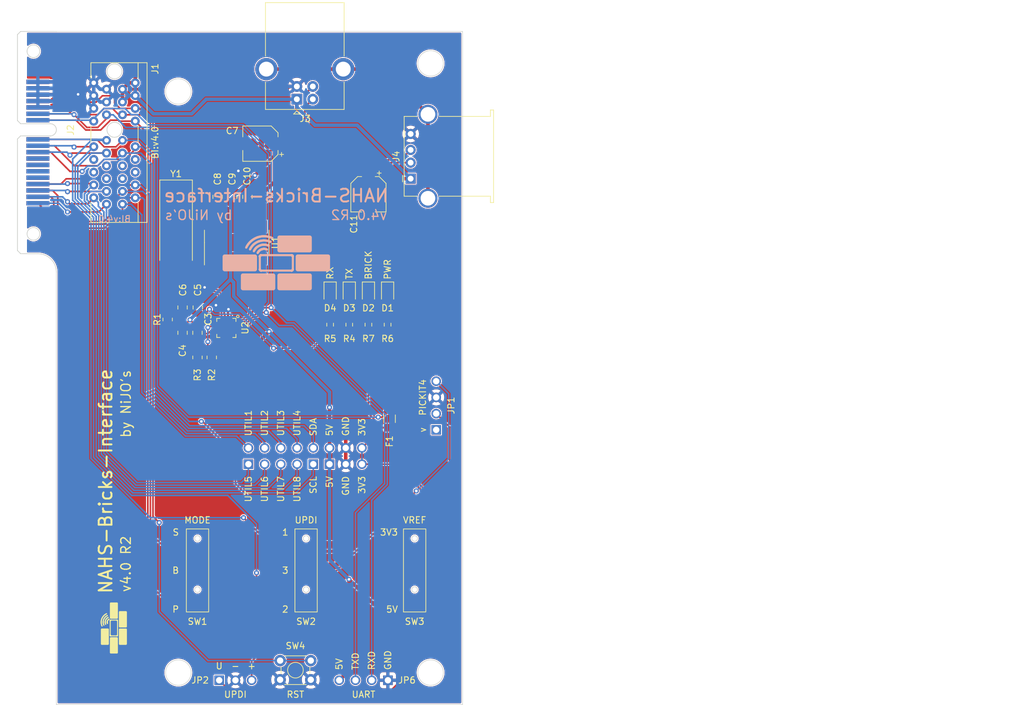
<source format=kicad_pcb>
(kicad_pcb (version 20211014) (generator pcbnew)
  (layers (0 "F.Cu" signal) (31 "B.Cu" signal) (34 "B.Paste" user) (35 "F.Paste" user) (36 "B.SilkS" user "B.Silkscreen") (37 "F.SilkS" user "F.Silkscreen") (38 "B.Mask" user) (39 "F.Mask" user) (44 "Edge.Cuts" user))
  (net 0 "")
  (net 1 "GND")
  (net 2 "+5V")
  (net 3 "CP_VIO")
  (net 4 "Net-(C8-Pad1)")
  (net 5 "Net-(C9-Pad1)")
  (net 6 "+3V3")
  (net 7 "3V3_IN")
  (net 8 "UTIL5")
  (net 9 "UTIL6")
  (net 10 "UTIL7")
  (net 11 "UTIL8")
  (net 12 "SCL")
  (net 13 "UPDI2")
  (net 14 "UPDI1")
  (net 15 "RXD")
  (net 16 "TXD")
  (net 17 "UTIL1")
  (net 18 "UTIL2")
  (net 19 "UTIL3")
  (net 20 "UTIL4")
  (net 21 "SDA")
  (net 22 "UPDI3")
  (net 23 "PROG")
  (net 24 "SETUP")
  (net 25 "RST")
  (net 26 "D-")
  (net 27 "D+")
  (net 28 "Net-(J3-Pad5)")
  (net 29 "D-1")
  (net 30 "D+1")
  (net 32 "UPDI_TV")
  (net 33 "UPDI")
  (net 34 "Net-(R1-Pad2)")
  (net 35 "Net-(R2-Pad2)")
  (net 46 "D-4")
  (net 47 "D+4")
  (net 48 "D-3")
  (net 49 "D+3")
  (net 50 "D-2")
  (net 51 "D+2")
  (net 52 "Net-(U1-Pad15)")
  (net 53 "Net-(U1-Pad16)")
  (net 62 "Net-(D3-Pad1)")
  (net 63 "Net-(D4-Pad1)")
  (net 64 "Net-(D1-Pad2)")
  (net 65 "Net-(D2-Pad2)")
  (net 66 "Net-(D3-Pad2)")
  (net 67 "Net-(D4-Pad2)")
  (footprint "no_common:R_0603_1608Metric" (layer "F.Cu") (at 153.766 80.518 90)
    (fp_text reference "R5")
    (fp_text value "330" hide)
  )
  (footprint "no_common:R_0603_1608Metric" (layer "F.Cu") (at 162.766 80.518 90)
    (fp_text reference "R6")
    (fp_text value "510" hide)
  )
  (footprint "Connector_USB:USB_A_Stewart_SS-52100-001_Horizontal" (layer "F.Cu") (at 166.3744 57.6528 90)
    (fp_text reference "J4")
    (fp_text value "TE_292303-1" hide)
  )
  (footprint "no_brick_interface:Brick_Interface_V4_iside_straddle" (layer "F.Cu") (at 108 50 90)
    (fp_text reference "J2")
    (fp_text value "Brick-Interface-V4")
    (fp_line (start -18.9 -3.2) (end -19.4 -2.7) (layer "Edge.Cuts") (width 0.12))
    (fp_line (start 0.95 -2.7) (end 1.45 -3.2) (layer "Edge.Cuts") (width 0.12))
    (fp_line (start 15.4 -2.7) (end 15.4 2.9) (layer "Edge.Cuts") (width 0.12))
    (fp_line (start -0.95 -2.7) (end -0.95 1.95) (layer "Edge.Cuts") (width 0.12))
    (fp_line (start -1.45 -3.2) (end -18.9 -3.2) (layer "Edge.Cuts") (width 0.12))
    (fp_line (start -19.4 -2.7) (end -19.4 0) (layer "Edge.Cuts") (width 0.12))
    (fp_line (start -1.45 -3.2) (end -0.95 -2.7) (layer "Edge.Cuts") (width 0.12))
    (fp_line (start 14.9 -3.2) (end 15.4 -2.7) (layer "Edge.Cuts") (width 0.12))
    (fp_line (start 1.45 -3.2) (end 14.9 -3.2) (layer "Edge.Cuts") (width 0.12))
    (fp_line (start 0.95 1.95) (end 0.95 -2.7) (layer "Edge.Cuts") (width 0.12))
    (fp_arc (start 0.95 1.95) (mid 0 2.9) (end -0.95 1.95) (layer "Edge.Cuts") (width 0.12))
    (fp_arc (start -19.4 0) (mid -20.24939 2.05061) (end -22.3 2.9) (layer "Edge.Cuts") (width 0.12))
    (fp_circle (center -16.3 -0.69) (end -15.3 -0.69) (layer "Edge.Cuts") (width 0.12) (fill none))
    (fp_circle (center 12.3 -0.69) (end 13.3 -0.69) (layer "Edge.Cuts") (width 0.12) (fill none))
  )
  (footprint "no_common:K3-2336S-F1" (layer "F.Cu") (at 167 119 90)
    (fp_text reference "SW3")
    (fp_text value "K3-2336S-F1" hide)
    (fp_circle (center -3 0) (end -2.55 0) (layer "Edge.Cuts") (width 0.12) (fill none))
    (fp_circle (center 5 0) (end 5.45 0) (layer "Edge.Cuts") (width 0.12) (fill none))
  )
  (footprint "Resistor_SMD:R_0805_2012Metric" (layer "F.Cu") (at 128.3208 79.7052 -90)
    (fp_text reference "R1")
    (fp_text value "1k" hide)
  )
  (footprint "Capacitor_SMD:CP_Elec_5x5.4" (layer "F.Cu") (at 159.766 60.0964 -90)
    (fp_text reference "C11")
    (fp_text value "100µF/16V" hide)
  )
  (footprint "no_common:LED_0805_2012Metric" (layer "F.Cu") (at 156.766 75.518 -90)
    (fp_text reference "D3")
    (fp_text value "GREEN" hide)
  )
  (footprint "no_common:QFN20" (layer "F.Cu") (at 137.5156 81.026 -90)
    (fp_text reference "U2")
    (fp_text value "CP2102N-A02-GQFN20R" hide)
  )
  (footprint "no_brick_logo:x8mm" (layer "F.Cu") (at 119.888 128.016 90)
    (fp_text reference "LOGO1" hide)
    (fp_text value "brick_logo" hide)
  )
  (footprint "no_common:LED_0805_2012Metric" (layer "F.Cu") (at 153.766 75.518 -90)
    (fp_text reference "D4")
    (fp_text value "GREEN" hide)
  )
  (footprint "no_pinhd:PINHD_2X03_2.54_1mm_Round" (layer "F.Cu") (at 156.21 101.092)
    (property "Reference" "JP3")
    (property "Value" "PINHD_2X03")
    (fp_text reference "JP3" hide)
    (fp_text value "PINHD_2X03" hide)
  )
  (footprint "no_common:Taster_4545" (layer "F.Cu") (at 148.336 134.62)
    (fp_text reference "SW4")
    (fp_text value "Taster_4545" hide)
  )
  (footprint "Capacitor_SMD:C_0805_2012Metric" (layer "F.Cu") (at 138.43 60.5028 90)
    (fp_text reference "C9")
    (fp_text value "10µF" hide)
  )
  (footprint "no_common:LED_0805_2012Metric" (layer "F.Cu") (at 159.766 75.518 -90)
    (fp_text reference "D2")
    (fp_text value "RED" hide)
  )
  (footprint "Fiducial:Fiducial_1mm_Mask2mm" (layer "F.Cu") (at 168.021 83.947)
    (fp_text reference "FID3" hide)
    (fp_text value "Fiducial" hide)
  )
  (footprint "no_pinhd:PINHD_2X04_2.54_1mm_Round" (layer "F.Cu") (at 144.78 101.092)
    (property "Reference" "JP5")
    (property "Value" "PINHD_2X04")
    (fp_text reference "JP5" hide)
    (fp_text value "PINHD_2X04" hide)
  )
  (footprint "Capacitor_SMD:C_0805_2012Metric" (layer "F.Cu") (at 130.6576 77.8256 -90)
    (fp_text reference "C6")
    (fp_text value "4.7µF" hide)
  )
  (footprint "no_pinhd:PINHD_1X03_2.54_1mm_Round" (layer "F.Cu") (at 138.938 136.2)
    (property "Reference" "JP2")
    (property "Value" "PINHD_1X03")
    (fp_text reference "JP2")
    (fp_text value "PINHD_1X03" hide)
  )
  (footprint "Capacitor_SMD:C_0805_2012Metric" (layer "F.Cu") (at 136.144 60.5028 90)
    (fp_text reference "C8")
    (fp_text value "10µF" hide)
  )
  (footprint "Capacitor_SMD:C_0805_2012Metric" (layer "F.Cu") (at 140.8176 60.5028 90)
    (fp_text reference "C10")
    (fp_text value "10µF" hide)
  )
  (footprint "no_brick_interface:Brick_Interface_V4_iside" (layer "F.Cu") (at 120 50 90)
    (fp_text reference "J1")
    (fp_text value "Brick-Interface-V4" hide)
    (fp_circle (center 9.15 0) (end 10.325 0) (layer "Edge.Cuts") (width 0.12) (fill none))
    (fp_circle (center 0 0) (end 1.175 0) (layer "Edge.Cuts") (width 0.12) (fill none))
  )
  (footprint "Resistor_SMD:R_0805_2012Metric" (layer "F.Cu") (at 135.2296 85.6488 90)
    (fp_text reference "R2")
    (fp_text value "22k1" hide)
  )
  (footprint "Fiducial:Fiducial_1mm_Mask2mm" (layer "F.Cu") (at 136.398 38.989)
    (fp_text reference "FID1" hide)
    (fp_text value "Fiducial" hide)
  )
  (footprint "no_common:K3-2336S-F1" (layer "F.Cu") (at 133 119 90)
    (fp_text reference "SW1")
    (fp_text value "K3-2336S-F1" hide)
    (fp_circle (center -3 0) (end -2.55 0) (layer "Edge.Cuts") (width 0.12) (fill none))
    (fp_circle (center 5 0) (end 5.45 0) (layer "Edge.Cuts") (width 0.12) (fill none))
  )
  (footprint "Capacitor_SMD:CP_Elec_5x5.4" (layer "F.Cu") (at 142.8496 52.1716 180)
    (fp_text reference "C7")
    (fp_text value "100µF/16V" hide)
  )
  (footprint "no_pinhd:PINHD_1X02_2.54_1mm_Round" (layer "F.Cu") (at 151.13 101.092 90)
    (property "Reference" "JP4")
    (property "Value" "PINHD_1x02")
    (fp_text reference "JP4" hide)
    (fp_text value "PINHD_1x02" hide)
  )
  (footprint "no_common:R_0603_1608Metric" (layer "F.Cu") (at 159.766 80.518 90)
    (fp_text reference "R7")
    (fp_text value "330" hide)
  )
  (footprint "no_common:R_0603_1608Metric" (layer "F.Cu") (at 156.766 80.518 90)
    (fp_text reference "R4")
    (fp_text value "330" hide)
  )
  (footprint "no_pinhd:PINHD_1X04_2.54_1mm_Round" (layer "F.Cu") (at 159.004 136.2 180)
    (fp_text reference "JP6")
    (fp_text value "PINHD_1X04" hide)
  )
  (footprint "no_common:LED_0805_2012Metric" (layer "F.Cu") (at 162.766 75.518 -90)
    (fp_text reference "D1")
    (fp_text value "RED" hide)
  )
  (footprint "Capacitor_SMD:C_0805_2012Metric" (layer "F.Cu") (at 130.6576 81.788 90)
    (fp_text reference "C4")
    (fp_text value "4.7µF" hide)
  )
  (footprint "Crystal:Crystal_SMD_HC49-SD" (layer "F.Cu") (at 129.6416 64.5668 -90)
    (fp_text reference "Y1")
    (fp_text value "12MHz" hide)
  )
  (footprint "Package_SO:SOP-16_3.9x9.9mm_P1.27mm" (layer "F.Cu") (at 139.1412 67.6656 90)
    (fp_text reference "U1")
    (fp_text value "SL2.1A" hide)
  )
  (footprint "no_common:K3-2336S-F1" (layer "F.Cu") (at 150 119 90)
    (fp_text reference "SW2")
    (fp_text value "K3-2336S-F1" hide)
    (fp_circle (center -3 0) (end -2.55 0) (layer "Edge.Cuts") (width 0.12) (fill none))
    (fp_circle (center 5 0) (end 5.45 0) (layer "Edge.Cuts") (width 0.12) (fill none))
  )
  (footprint "Connector_USB:USB_B_OST_USB-B1HSxx_Horizontal" (layer "F.Cu") (at 148.5532 45.212 90)
    (fp_text reference "J3")
    (fp_text value "TE_292304-1" hide)
  )
  (footprint "Fuse:Fuse_1206_3216Metric" (layer "F.Cu") (at 163.068 95.25 90)
    (fp_text reference "F1")
    (fp_text value "50mA" hide)
  )
  (footprint "Capacitor_SMD:C_0805_2012Metric" (layer "F.Cu") (at 133.0452 77.8256 -90)
    (fp_text reference "C5")
    (fp_text value "100nF" hide)
  )
  (footprint "no_pinhd:PINHD_1X04_2.54_1mm_Round" (layer "F.Cu") (at 170.3776 93.1768 90)
    (property "Reference" "JP1")
    (property "Value" "PINHD_1X04")
    (fp_text reference "JP1")
    (fp_text value "PINHD_1X04" hide)
  )
  (footprint "Resistor_SMD:R_0805_2012Metric" (layer "F.Cu") (at 132.9944 85.6488 -90)
    (fp_text reference "R3")
    (fp_text value "47k5" hide)
  )
  (footprint "Capacitor_SMD:C_0805_2012Metric" (layer "F.Cu") (at 132.9944 81.788 90)
    (fp_text reference "C3")
    (fp_text value "100nF" hide)
  )
  (footprint "Fiducial:Fiducial_1mm_Mask2mm" (layer "F.Cu") (at 127.127 131.064)
    (fp_text reference "FID2" hide)
    (fp_text value "Fiducial" hide)
  )
  (footprint "no_brick_logo:x17mm" (layer "B.Cu") (at 145.325 70.739 180)
    (fp_text reference "LOGO2" hide)
    (fp_text value "brick_logo" hide)
  )
  (gr_circle (center 130 135) (end 132 135) (layer "Edge.Cuts") (width 0.1) (fill none))
  (gr_line (start 110.9 34.6) (end 174.5 34.6) (layer "Edge.Cuts") (width 0.1))
  (gr_line (start 174.5 34.6) (end 174.5 140) (layer "Edge.Cuts") (width 0.1))
  (gr_line (start 174.5 140) (end 110.9 140) (layer "Edge.Cuts") (width 0.1))
  (gr_line (start 110.9 140) (end 110.9 72.3) (layer "Edge.Cuts") (width 0.1))
  (gr_circle (center 169.5 135) (end 171.5 135) (layer "Edge.Cuts") (width 0.1) (fill none))
  (gr_circle (center 130 44) (end 132 44) (layer "Edge.Cuts") (width 0.1) (fill none))
  (gr_circle (center 169.5 39.6) (end 171.5 39.6) (layer "Edge.Cuts") (width 0.1) (fill none))
  (gr_text "NAHS-Bricks-Interface" (at 145.325 60.325) (layer "B.SilkS") (effects (font (size 2 2) (thickness 0.3)) (justify mirror)))
  (gr_text "by NiJO's" (at 127.762 63.373) (layer "B.SilkS") (effects (font (size 1.5 1.5) (thickness 0.2)) (justify right mirror)))
  (gr_text "v4.0 R2" (at 162.814 63.373) (layer "B.SilkS") (effects (font (size 1.5 1.5) (thickness 0.2)) (justify left mirror)))
  (gr_text "NAHS-Bricks-Interface" (at 118.618 105.029 90) (layer "F.SilkS") (effects (font (size 2 2) (thickness 0.3))))
  (gr_text "v4.0 R2" (at 121.793 122.518 90) (layer "F.SilkS") (effects (font (size 1.5 1.5) (thickness 0.2)) (justify left)))
  (gr_text "by NiJO's" (at 121.793 87.503 90) (layer "F.SilkS") (effects (font (size 1.5 1.5) (thickness 0.2)) (justify right)))
  (segment (start 147.351119 43.212) (end 148.5532 43.212) (width 0.5588) (layer "F.Cu") (net 1))
  (segment (start 137.7656 80.776) (end 137.7656 79.476) (width 0.254) (layer "F.Cu") (net 1))
  (segment (start 139.7 88.392) (end 143.256 91.948) (width 0.5588) (layer "F.Cu") (net 1))
  (segment (start 129.25 117) (end 129.25 121) (width 0.5588) (layer "F.Cu") (net 1))
  (segment (start 131.318 88.2377) (end 132.9944 86.5613) (width 0.5588) (layer "F.Cu") (net 1))
  (segment (start 136.639089 82.702511) (end 135.407511 82.702511) (width 0.254) (layer "F.Cu") (net 1))
  (segment (start 134.112 75.8088) (end 133.0452 76.8756) (width 0.5588) (layer "F.Cu") (net 1))
  (segment (start 140.6496 52.1716) (end 140.6496 49.913519) (width 0.5588) (layer "F.Cu") (net 1))
  (segment (start 135.213489 82.508489) (end 133.223911 82.508489) (width 0.254) (layer "F.Cu") (net 1))
  (segment (start 131.6463 86.5613) (end 130.6576 85.5726) (width 0.5588) (layer "F.Cu") (net 1))
  (segment (start 130.142 117) (end 131.318 115.824) (width 0.5588) (layer "F.Cu") (net 1))
  (segment (start 168.275 58.210022) (end 168.275 52.5534) (width 0.5588) (layer "F.Cu") (net 1))
  (segment (start 131.318 115.824) (end 131.318 88.2377) (width 0.5588) (layer "F.Cu") (net 1))
  (segment (start 156.21 93.472) (end 156.21 99.822) (width 0.5588) (layer "F.Cu") (net 1))
  (segment (start 139.7762 65.1656) (end 139.7762 62.9412) (width 0.5588) (layer "F.Cu") (net 1))
  (segment (start 114.95 44.45) (end 116.75 42.65) (width 0.5588) (layer "F.Cu") (net 1))
  (segment (start 132.9944 86.5613) (end 133.0433 86.5613) (width 0.5588) (layer "F.Cu") (net 1))
  (segment (start 140.6496 52.1716) (end 140.6496 59.3848) (width 0.5588) (layer "F.Cu") (net 1))
  (segment (start 143.256 91.948) (end 154.686 91.948) (width 0.5588) (layer "F.Cu") (net 1))
  (segment (start 133.0452 76.8756) (end 130.6576 76.8756) (width 0.5588) (layer "F.Cu") (net 1))
  (segment (start 150.1092 41.656) (end 152.654 41.656) (width 0.5588) (layer "F.Cu") (net 1))
  (segment (start 136.144 59.5528) (end 138.43 59.5528) (width 0.5588) (layer "F.Cu") (net 1))
  (segment (start 129.25 117) (end 130.142 117) (width 0.5588) (layer "F.Cu") (net 1))
  (segment (start 139.66368 60.70672) (end 140.8176 59.5528) (width 0.5588) (layer "F.Cu") (net 1))
  (segment (start 140.6496 59.3848) (end 140.8176 59.5528) (width 0.5588) (layer "F.Cu") (net 1))
  (segment (start 130.6576 85.5726) (end 130.6576 82.738) (width 0.5588) (layer "F.Cu") (net 1))
  (segment (start 137.5156 81.026) (end 137.7656 80.776) (width 0.254) (layer "F.Cu") (net 1))
  (segment (start 136.7656 81.776) (end 137.5156 81.026) (width 0.254) (layer "F.Cu") (net 1))
  (segment (start 152.654 41.656) (end 155.6262 44.6282) (width 0.5588) (layer "F.Cu") (net 1))
  (segment (start 154.686 91.948) (end 156.21 93.472) (width 0.5588) (layer "F.Cu") (net 1))
  (segment (start 135.407511 82.702511) (end 135.213489 82.508489) (width 0.254) (layer "F.Cu") (net 1))
  (segment (start 114.3 44.45) (end 114.95 44.45) (width 0.5588) (layer "F.Cu") (net 1))
  (segment (start 127 81.28) (end 128.458 82.738) (width 0.5588) (layer "F.Cu") (net 1))
  (segment (start 166.3744 50.6528) (end 160.3498 44.6282) (width 0.5588) (layer "F.Cu") (net 1))
  (segment (start 137.84562 78.105) (end 137.7656 78.18502) (width 0.254) (layer "F.Cu") (net 1))
  (segment (start 159.766 62.2964) (end 164.188622 62.2964) (width 0.5588) (layer "F.Cu") (net 1))
  (segment (start 130.6576 76.8756) (end 128.2294 76.8756) (width 0.5588) (layer "F.Cu") (net 1))
  (segment (start 135.2956 76.8756) (end 133.0452 76.8756) (width 0.254) (layer "F.Cu") (net 1))
  (segment (start 127 78.105) (end 127 81.28) (width 0.5588) (layer "F.Cu") (net 1))
  (segment (start 128.458 82.738) (end 130.6576 82.738) (width 0.5588) (layer "F.Cu") (net 1))
  (segment (start 137.7656 78.18502) (end 137.7656 79.476) (width 0.254) (layer "F.Cu") (net 1))
  (segment (start 136.7656 82.576) (end 136.7656 81.776) (width 0.254) (layer "F.Cu") (net 1))
  (segment (start 140.6496 55.1844) (end 140.6496 52.1716) (width 0.5588) (layer "F.Cu") (net 1))
  (segment (start 135.89 77.47) (end 135.2956 76.8756) (width 0.254) (layer "F.Cu") (net 1))
  (segment (start 140.6496 49.913519) (end 147.351119 43.212) (width 0.5588) (layer "F.Cu") (net 1))
  (segment (start 136.7656 82.576) (end 136.639089 82.702511) (width 0.254) (layer "F.Cu") (net 1))
  (segment (start 168.275 52.5534) (end 166.3744 50.6528) (width 0.5588) (layer "F.Cu") (net 1))
  (segment (start 155.6262 44.6282) (end 160.3498 44.6282) (width 0.5588) (layer "F.Cu") (net 1))
  (segment (start 139.3952 56.4388) (end 140.6496 55.1844) (width 0.5588) (layer "F.Cu") (net 1))
  (segment (start 128.2294 76.8756) (end 127 78.105) (width 0.5588) (layer "F.Cu") (net 1))
  (segment (start 133.223911 82.508489) (end 132.9944 82.738) (width 0.254) (layer "F.Cu") (net 1))
  (segment (start 139.7762 62.9412) (end 139.66368 62.82868) (width 0.5588) (layer "F.Cu") (net 1))
  (segment (start 132.9944 86.5613) (end 131.6463 86.5613) (width 0.5588) (layer "F.Cu") (net 1))
  (segment (start 133.0433 86.5613) (end 134.874 88.392) (width 0.5588) (layer "F.Cu") (net 1))
  (segment (start 148.5532 43.212) (end 150.1092 41.656) (width 0.5588) (layer "F.Cu") (net 1))
  (segment (start 134.874 88.392) (end 139.7 88.392) (width 0.5588) (layer "F.Cu") (net 1))
  (segment (start 138.43 59.5528) (end 140.8176 59.5528) (width 0.5588) (layer "F.Cu") (net 1))
  (segment (start 134.112 74.676) (end 134.112 75.8088) (width 0.5588) (layer "F.Cu") (net 1))
  (segment (start 132.9944 82.738) (end 130.6576 82.738) (width 0.5588) (layer "F.Cu") (net 1))
  (segment (start 139.66368 62.82868) (end 139.66368 60.70672) (width 0.5588) (layer "F.Cu") (net 1))
  (segment (start 164.188622 62.2964) (end 168.275 58.210022) (width 0.5588) (layer "F.Cu") (net 1))
  (segment (start 156.21 99.822) (end 156.21 102.362) (width 0.5588) (layer "F.Cu") (net 1))
  (via (at 137.84562 78.105) (size 0.8) (drill 0.4) (layers "F.Cu" "B.Cu") (net 1))
  (via (at 135.89 77.47) (size 0.8) (drill 0.4) (layers "F.Cu" "B.Cu") (net 1))
  (via (at 139.3952 56.4388) (size 0.8) (drill 0.4) (layers "F.Cu" "B.Cu") (net 1))
  (via (at 134.112 74.676) (size 0.8) (drill 0.4) (layers "F.Cu" "B.Cu") (net 1))
  (via (at 114.3 44.45) (size 0.8) (drill 0.4) (layers "F.Cu" "B.Cu") (net 1))
  (segment (start 137.21062 77.47) (end 137.84562 78.105) (width 0.254) (layer "B.Cu") (net 1))
  (segment (start 108 44.5) (end 114.25 44.5) (width 0.5588) (layer "B.Cu") (net 1))
  (segment (start 108 42.5) (end 112.35 42.5) (width 0.5588) (layer "B.Cu") (net 1))
  (segment (start 108 46.5) (end 112.25 46.5) (width 0.5588) (layer "B.Cu") (net 1))
  (segment (start 117.75 43.65) (end 116.75 42.65) (width 0.5588) (layer "B.Cu") (net 1))
  (segment (start 113.25 45.5) (end 114.3 44.45) (width 0.5588) (layer "B.Cu") (net 1))
  (segment (start 139.3952 56.4388) (end 135.382 60.452) (width 0.5588) (layer "B.Cu") (net 1))
  (segment (start 112.35 42.5) (end 114.3 44.45) (width 0.5588) (layer "B.Cu") (net 1))
  (segment (start 118.11 38.1) (end 129.032 38.1) (width 0.5588) (layer "B.Cu") (net 1))
  (segment (start 113.35 43.5) (end 114.3 44.45) (width 0.5588) (layer "B.Cu") (net 1))
  (segment (start 116.75 46.65) (end 116.75 44.65) (width 0.5588) (layer "B.Cu") (net 1))
  (segment (start 135.89 77.47) (end 137.21062 77.47) (width 0.254) (layer "B.Cu") (net 1))
  (segment (start 108 45.5) (end 113.25 45.5) (width 0.5588) (layer "B.Cu") (net 1))
  (segment (start 134.144 43.212) (end 148.5532 43.212) (width 0.5588) (layer "B.Cu") (net 1))
  (segment (start 114.25 44.5) (end 114.3 44.45) (width 0.5588) (layer "B.Cu") (net 1))
  (segment (start 118.75 45.65) (end 117.75 45.65) (width 0.5588) (layer "B.Cu") (net 1))
  (segment (start 135.382 73.406) (end 134.112 74.676) (width 0.5588) (layer "B.Cu") (net 1))
  (segment (start 135.382 60.452) (end 135.382 73.406) (width 0.5588) (layer "B.Cu") (net 1))
  (segment (start 129.032 38.1) (end 134.144 43.212) (width 0.5588) (layer "B.Cu") (net 1))
  (segment (start 116.75 42.65) (end 116.75 44.65) (width 0.5588) (layer "B.Cu") (net 1))
  (segment (start 116.75 42.65) (end 116.75 39.46) (width 0.5588) (layer "B.Cu") (net 1))
  (segment (start 117.75 45.65) (end 116.75 44.65) (width 0.5588) (layer "B.Cu") (net 1))
  (segment (start 116.75 39.46) (end 118.11 38.1) (width 0.5588) (layer "B.Cu") (net 1))
  (segment (start 108 43.5) (end 113.35 43.5) (width 0.5588) (layer "B.Cu") (net 1))
  (segment (start 112.25 46.5) (end 114.3 44.45) (width 0.5588) (layer "B.Cu") (net 1))
  (segment (start 118.75 43.65) (end 117.75 43.65) (width 0.5588) (layer "B.Cu") (net 1))
  (segment (start 123.25 42.65) (end 122.25 42.65) (width 0.5588) (layer "F.Cu") (net 2))
  (segment (start 112.075 43.5) (end 113.075 42.5) (width 0.5588) (layer "F.Cu") (net 2))
  (segment (start 135.2296 86.5613) (end 139.2447 86.5613) (width 0.5588) (layer "F.Cu") (net 2))
  (segment (start 170.75 123) (end 170.75 124.906) (width 0.5588) (layer "F.Cu") (net 2))
  (segment (start 108 43.5) (end 112.075 43.5) (width 0.5588) (layer "F.Cu") (net 2))
  (segment (start 169.672 125.984) (end 162.306 125.984) (width 0.5588) (layer "F.Cu") (net 2))
  (segment (start 132.9944 80.838) (end 132.908 80.838) (width 0.254) (layer "F.Cu") (net 2))
  (segment (start 148.5532 48.668) (end 148.5532 45.212) (width 0.5588) (layer "F.Cu") (net 2))
  (segment (start 153.67 99.822) (end 153.67 93.472) (width 0.5588) (layer "F.Cu") (net 2))
  (segment (start 145.0496 54.0864) (end 141.986 57.15) (width 0.5588) (layer "F.Cu") (net 2))
  (segment (start 132.908 80.838) (end 131.826 79.756) (width 0.254) (layer "F.Cu") (net 2))
  (segment (start 161.671 67.691) (end 158.877 67.691) (width 0.254) (layer "F.Cu") (net 2))
  (segment (start 141.7472 61.4528) (end 145.0496 58.1504) (width 0.5588) (layer "F.Cu") (net 2))
  (segment (start 157.607 60.0554) (end 159.766 57.8964) (width 0.254) (layer "F.Cu") (net 2))
  (segment (start 140.8176 61.4528) (end 141.7472 61.4528) (width 0.5588) (layer "F.Cu") (net 2))
  (segment (start 111.075 44.5) (end 112.075 43.5) (width 0.5588) (layer "F.Cu") (net 2))
  (segment (start 108 45.5) (end 110.075 45.5) (width 0.5588) (layer "F.Cu") (net 2))
  (segment (start 162.766 81.343) (end 164.211 79.898) (width 0.254) (layer "F.Cu") (net 2))
  (segment (start 157.607 66.421) (end 157.607 60.0554) (width 0.254) (layer "F.Cu") (net 2))
  (segment (start 110.075 45.5) (end 111.075 44.5) (width 0.5588) (layer "F.Cu") (net 2))
  (segment (start 158.877 67.691) (end 157.607 66.421) (width 0.254) (layer "F.Cu") (net 2))
  (segment (start 130.744 80.838) (end 131.826 79.756) (width 0.254) (layer "F.Cu") (net 2))
  (segment (start 116.84 38.735) (end 121.285 38.735) (width 0.5588) (layer "F.Cu") (net 2))
  (segment (start 108 42.5) (end 113.075 42.5) (width 0.5588) (layer "F.Cu") (net 2))
  (segment (start 164.211 70.231) (end 161.671 67.691) (width 0.254) (layer "F.Cu") (net 2))
  (segment (start 170.75 124.906) (end 169.672 125.984) (width 0.5588) (layer "F.Cu") (net 2))
  (segment (start 160.0096 57.6528) (end 166.3744 57.6528) (width 0.5588) (layer "F.Cu") (net 2))
  (segment (start 134.354 80.276) (end 135.9656 80.276) (width 0.254) (layer "F.Cu") (net 2))
  (segment (start 145.0496 52.1716) (end 148.5532 48.668) (width 0.5588) (layer "F.Cu") (net 2))
  (segment (start 130.6576 80.838) (end 130.744 80.838) (width 0.254) (layer "F.Cu") (net 2))
  (segment (start 121.285 38.735) (end 123.25 40.7) (width 0.5588) (layer "F.Cu") (net 2))
  (segment (start 113.075 42.5) (end 116.84 38.735) (width 0.5588) (layer "F.Cu") (net 2))
  (segment (start 145.0496 58.1504) (end 145.0496 52.1716) (width 0.5588) (layer "F.Cu") (net 2))
  (segment (start 141.0462 61.6814) (end 140.8176 61.4528) (width 0.5588) (layer "F.Cu") (net 2))
  (segment (start 141.0462 65.1656) (end 141.0462 61.6814) (width 0.5588) (layer "F.Cu") (net 2))
  (segment (start 122.25 42.65) (end 121.25 43.65) (width 0.5588) (layer "F.Cu") (net 2))
  (segment (start 156.718 134.676) (end 155.194 136.2) (width 0.5588) (layer "F.Cu") (net 2))
  (segment (start 130.6576 80.838) (end 132.9944 80.838) (width 0.254) (layer "F.Cu") (net 2))
  (segment (start 108 44.5) (end 111.075 44.5) (width 0.5588) (layer "F.Cu") (net 2))
  (segment (start 156.718 120.396) (end 156.718 134.676) (width 0.5588) (layer "F.Cu") (net 2))
  (segment (start 133.792 80.838) (end 134.354 80.276) (width 0.254) (layer "F.Cu") (net 2))
  (segment (start 145.0496 52.1716) (end 145.0496 54.0864) (width 0.5588) (layer "F.Cu") (net 2))
  (segment (start 162.306 125.984) (end 156.718 120.396) (width 0.5588) (layer "F.Cu") (net 2))
  (segment (start 139.2447 86.5613) (end 144.206 81.6) (width 0.5588) (layer "F.Cu") (net 2))
  (segment (start 132.9944 80.838) (end 133.792 80.838) (width 0.254) (layer "F.Cu") (net 2))
  (segment (start 123.25 40.7) (end 123.25 42.65) (width 0.5588) (layer "F.Cu") (net 2))
  (segment (start 121.25 43.65) (end 121.25 45.65) (width 0.5588) (layer "F.Cu") (net 2))
  (segment (start 164.211 79.898) (end 164.211 70.231) (width 0.254) (layer "F.Cu") (net 2))
  (segment (start 159.766 57.8964) (end 160.0096 57.6528) (width 0.5588) (layer "F.Cu") (net 2))
  (via (at 153.67 93.472) (size 0.8) (drill 0.4) (layers "F.Cu" "B.Cu") (net 2))
  (via (at 141.986 57.15) (size 0.8) (drill 0.4) (layers "F.Cu" "B.Cu") (net 2))
  (via (at 144.206 81.6) (size 0.8) (drill 0.4) (layers "F.Cu" "B.Cu") (net 2))
  (via (at 156.718 120.396) (size 0.8) (drill 0.4) (layers "F.Cu" "B.Cu") (net 2))
  (via (at 131.826 79.756) (size 0.8) (drill 0.4) (layers "F.Cu" "B.Cu") (net 2))
  (segment (start 156.718 120.396) (end 153.67 117.348) (width 0.5588) (layer "B.Cu") (net 2))
  (segment (start 138.176 60.96) (end 138.176 73.406) (width 0.5588) (layer "B.Cu") (net 2))
  (segment (start 151.384 49.276) (end 148.5532 46.4452) (width 0.5588) (layer "B.Cu") (net 2))
  (segment (start 153.67 117.348) (end 153.67 102.362) (width 0.5588) (layer "B.Cu") (net 2))
  (segment (start 138.176 73.406) (end 138.674531 73.904531) (width 0.5588) (layer "B.Cu") (net 2))
  (segment (start 132.08 47.498) (end 126.098 47.498) (width 0.5588) (layer "B.Cu") (net 2))
  (segment (start 126.098 47.498) (end 123.25 44.65) (width 0.5588) (layer "B.Cu") (net 2))
  (segment (start 134.366 45.212) (end 132.08 47.498) (width 0.5588) (layer "B.Cu") (net 2))
  (segment (start 153.67 93.472) (end 153.67 91.064) (width 0.5588) (layer "B.Cu") (net 2))
  (segment (start 141.986 57.15) (end 138.176 60.96) (width 0.5588) (layer "B.Cu") (net 2))
  (segment (start 138.674531 76.068531) (end 144.206 81.6) (width 0.5588) (layer "B.Cu") (net 2))
  (segment (start 148.5532 45.212) (end 134.366 45.212) (width 0.5588) (layer "B.Cu") (net 2))
  (segment (start 123.25 44.65) (end 122.25 44.65) (width 0.5588) (layer "B.Cu") (net 2))
  (segment (start 148.5532 46.4452) (end 148.5532 45.212) (width 0.5588) (layer "B.Cu") (net 2))
  (segment (start 122.25 44.65) (end 121.25 45.65) (width 0.5588) (layer "B.Cu") (net 2))
  (segment (start 153.67 91.064) (end 144.206 81.6) (width 0.5588) (layer "B.Cu") (net 2))
  (segment (start 123.25 44.65) (end 123.25 42.65) (width 0.5588) (layer "B.Cu") (net 2))
  (segment (start 157.9976 49.276) (end 151.384 49.276) (width 0.5588) (layer "B.Cu") (net 2))
  (segment (start 122.25 44.65) (end 121.25 43.65) (width 0.5588) (layer "B.Cu") (net 2))
  (segment (start 166.3744 57.6528) (end 157.9976 49.276) (width 0.5588) (layer "B.Cu") (net 2))
  (segment (start 153.67 99.822) (end 153.67 102.362) (width 0.5588) (layer "B.Cu") (net 2))
  (segment (start 138.674531 73.904531) (end 138.674531 76.068531) (width 0.5588) (layer "B.Cu") (net 2))
  (segment (start 138.176 73.406) (end 131.826 79.756) (width 0.5588) (layer "B.Cu") (net 2))
  (segment (start 130.6576 78.7756) (end 133.0452 78.7756) (width 0.254) (layer "F.Cu") (net 3))
  (segment (start 150.908 84.201) (end 153.766 81.343) (width 0.254) (layer "F.Cu") (net 3))
  (segment (start 156.766 81.343) (end 153.766 81.343) (width 0.254) (layer "F.Cu") (net 3))
  (segment (start 144.907 84.201) (end 150.908 84.201) (width 0.254) (layer "F.Cu") (net 3))
  (segment (start 130.6405 78.7927) (end 130.6576 78.7756) (width 0.254) (layer "F.Cu") (net 3))
  (segment (start 128.3208 78.7927) (end 130.6405 78.7927) (width 0.254) (layer "F.Cu") (net 3))
  (segment (start 136.2656 79.776) (end 135.021 79.776) (width 0.254) (layer "F.Cu") (net 3))
  (segment (start 134.0206 78.7756) (end 133.0452 78.7756) (width 0.254) (layer "F.Cu") (net 3))
  (segment (start 133.0452 78.7756) (end 134.2034 78.7756) (width 0.254) (layer "F.Cu") (net 3))
  (segment (start 135.021 79.776) (end 134.0206 78.7756) (width 0.254) (layer "F.Cu") (net 3))
  (segment (start 134.2034 78.7756) (end 134.874 78.105) (width 0.254) (layer "F.Cu") (net 3))
  (via (at 144.907 84.201) (size 0.8) (drill 0.4) (layers "F.Cu" "B.Cu") (net 3))
  (via (at 134.874 78.105) (size 0.8) (drill 0.4) (layers "F.Cu" "B.Cu") (net 3))
  (segment (start 134.874 78.105) (end 135.636 78.867) (width 0.254) (layer "B.Cu") (net 3))
  (segment (start 135.636 78.867) (end 139.573 78.867) (width 0.254) (layer "B.Cu") (net 3))
  (segment (start 139.573 78.867) (end 144.907 84.201) (width 0.254) (layer "B.Cu") (net 3))
  (segment (start 137.2362 63.5762) (end 136.144 62.484) (width 0.254) (layer "F.Cu") (net 4))
  (segment (start 137.2362 65.1656) (end 137.2362 63.5762) (width 0.254) (layer "F.Cu") (net 4))
  (segment (start 136.144 62.484) (end 136.144 61.4528) (width 0.254) (layer "F.Cu") (net 4))
  (segment (start 138.5062 61.529) (end 138.43 61.4528) (width 0.254) (layer "F.Cu") (net 5))
  (segment (start 138.5062 65.1656) (end 138.5062 61.529) (width 0.254) (layer "F.Cu") (net 5))
  (segment (start 170.75 108.52) (end 164.592 102.362) (width 0.254) (layer "F.Cu") (net 6))
  (segment (start 163.068 96.65) (end 161.986577 96.65) (width 0.254) (layer "F.Cu") (net 6))
  (segment (start 159.766 94.429423) (end 159.766 81.343) (width 0.254) (layer "F.Cu") (net 6))
  (segment (start 164.592 102.362) (end 158.75 102.362) (width 0.254) (layer "F.Cu") (net 6))
  (segment (start 161.986577 96.65) (end 159.766 94.429423) (width 0.254) (layer "F.Cu") (net 6))
  (segment (start 161.922 96.65) (end 163.068 96.65) (width 0.254) (layer "F.Cu") (net 6))
  (segment (start 158.75 99.822) (end 161.922 96.65) (width 0.254) (layer "F.Cu") (net 6))
  (segment (start 170.75 115) (end 170.75 108.52) (width 0.254) (layer "F.Cu") (net 6))
  (segment (start 158.75 99.822) (end 158.75 102.362) (width 0.254) (layer "B.Cu") (net 6))
  (segment (start 161.29 94.996) (end 161.922 94.996) (width 0.254) (layer "F.Cu") (net 7))
  (segment (start 161.922 94.996) (end 163.068 93.85) (width 0.254) (layer "F.Cu") (net 7))
  (segment (start 120.226511 52.673489) (end 121.25 51.65) (width 0.254) (layer "F.Cu") (net 7))
  (segment (start 117.219004 51.5) (end 118.392493 52.673489) (width 0.254) (layer "F.Cu") (net 7))
  (segment (start 108 51.5) (end 117.219004 51.5) (width 0.254) (layer "F.Cu") (net 7))
  (segment (start 118.392493 52.673489) (end 120.226511 52.673489) (width 0.254) (layer "F.Cu") (net 7))
  (via (at 161.29 94.996) (size 0.8) (drill 0.4) (layers "F.Cu" "B.Cu") (net 7))
  (segment (start 131.567605 94.994949) (end 141.222949 94.994949) (width 0.254) (layer "B.Cu") (net 7))
  (segment (start 121.25 51.65) (end 123.810612 51.65) (width 0.254) (layer "B.Cu") (net 7))
  (segment (start 141.224 94.996) (end 161.29 94.996) (width 0.254) (layer "B.Cu") (net 7))
  (segment (start 123.810612 51.65) (end 126.70908 54.548468) (width 0.254) (layer "B.Cu") (net 7))
  (segment (start 131.189328 94.616672) (end 131.567605 94.994949) (width 0.254) (layer "B.Cu") (net 7))
  (segment (start 126.70908 54.548468) (end 126.70908 87.63) (width 0.254) (layer "B.Cu") (net 7))
  (segment (start 126.70908 87.63) (end 126.70908 90.136424) (width 0.254) (layer "B.Cu") (net 7))
  (segment (start 126.70908 90.136424) (end 131.189328 94.616672) (width 0.254) (layer "B.Cu") (net 7))
  (segment (start 141.222949 94.994949) (end 141.224 94.996) (width 0.254) (layer "B.Cu") (net 7))
  (segment (start 112.64442 62.865) (end 117.535 62.865) (width 0.254) (layer "F.Cu") (net 8))
  (segment (start 117.535 62.865) (end 118.75 61.65) (width 0.254) (layer "F.Cu") (net 8))
  (via (at 112.64442 62.865) (size 0.8) (drill 0.4) (layers "F.Cu" "B.Cu") (net 8))
  (segment (start 111.27942 61.5) (end 112.64442 62.865) (width 0.254) (layer "B.Cu") (net 8))
  (segment (start 118.745 62.975) (end 118.75 62.97) (width 0.254) (layer "B.Cu") (net 8))
  (segment (start 118.75 62.97) (end 118.75 61.65) (width 0.254) (layer "B.Cu") (net 8))
  (segment (start 123.524288 105.23796) (end 139.87204 105.23796) (width 0.254) (layer "B.Cu") (net 8))
  (segment (start 139.87204 105.23796) (end 140.97 104.14) (width 0.254) (layer "B.Cu") (net 8))
  (segment (start 118.745 100.458672) (end 123.524288 105.23796) (width 0.254) (layer "B.Cu") (net 8))
  (segment (start 118.745 62.975) (end 118.745 100.458672) (width 0.254) (layer "B.Cu") (net 8))
  (segment (start 108 61.5) (end 111.27942 61.5) (width 0.254) (layer "B.Cu") (net 8))
  (segment (start 140.97 104.14) (end 140.97 102.362) (width 0.254) (layer "B.Cu") (net 8))
  (segment (start 115.805 61.595) (end 116.75 60.65) (width 0.254) (layer "F.Cu") (net 9))
  (segment (start 112.964917 61.595) (end 115.805 61.595) (width 0.254) (layer "F.Cu") (net 9))
  (segment (start 112.64442 61.274503) (end 112.964917 61.595) (width 0.254) (layer "F.Cu") (net 9))
  (via (at 112.64442 61.274503) (size 0.8) (drill 0.4) (layers "F.Cu" "B.Cu") (net 9))
  (segment (start 112.64442 61.274503) (end 112.371428 61.001511) (width 0.254) (layer "B.Cu") (net 9))
  (segment (start 143.51 104.14) (end 142.00852 105.64148) (width 0.254) (layer "B.Cu") (net 9))
  (segment (start 143.51 102.362) (end 143.51 104.14) (width 0.254) (layer "B.Cu") (net 9))
  (segment (start 123.357144 105.64148) (end 118.585832 100.870168) (width 0.254) (layer "B.Cu") (net 9))
  (segment (start 142.00852 105.64148) (end 123.357144 105.64148) (width 0.254) (layer "B.Cu") (net 9))
  (segment (start 117.475 61.976) (end 118.341 62.842) (width 0.254) (layer "B.Cu") (net 9))
  (segment (start 118.341 100.625336) (end 118.585832 100.870168) (width 0.254) (layer "B.Cu") (net 9))
  (segment (start 111.967909 60.605221) (end 111.967909 60.597992) (width 0.254) (layer "B.Cu") (net 9))
  (segment (start 111.967909 60.597992) (end 111.869917 60.5) (width 0.254) (layer "B.Cu") (net 9))
  (segment (start 111.869917 60.5) (end 108 60.5) (width 0.254) (layer "B.Cu") (net 9))
  (segment (start 117.475 61.375) (end 117.475 61.976) (width 0.254) (layer "B.Cu") (net 9))
  (segment (start 118.341 62.842) (end 118.341 100.625336) (width 0.254) (layer "B.Cu") (net 9))
  (segment (start 112.371428 61.001511) (end 112.364199 61.001511) (width 0.254) (layer "B.Cu") (net 9))
  (segment (start 116.75 60.65) (end 117.475 61.375) (width 0.254) (layer "B.Cu") (net 9))
  (segment (start 112.364199 61.001511) (end 111.967909 60.605221) (width 0.254) (layer "B.Cu") (net 9))
  (segment (start 112.68442 59.65) (end 118.75 59.65) (width 0.254) (layer "F.Cu") (net 10))
  (segment (start 112.64442 59.69) (end 112.68442 59.65) (width 0.254) (layer "F.Cu") (net 10))
  (via (at 112.64442 59.69) (size 0.8) (drill 0.4) (layers "F.Cu" "B.Cu") (net 10))
  (segment (start 118.75 59.65) (end 116.245 59.65) (width 0.254) (layer "B.Cu") (net 10))
  (segment (start 112.45442 59.5) (end 108 59.5) (width 0.254) (layer "B.Cu") (net 10))
  (segment (start 144.145 106.045) (end 123.19 106.045) (width 0.254) (layer "B.Cu") (net 10))
  (segment (start 117.937 100.792) (end 118.364 101.219) (width 0.254) (layer "B.Cu") (net 10))
  (segment (start 146.05 102.362) (end 146.05 104.14) (width 0.254) (layer "B.Cu") (net 10))
  (segment (start 117.937 63.218687) (end 117.937 100.792) (width 0.254) (layer "B.Cu") (net 10))
  (segment (start 115.697 60.978687) (end 117.937 63.218687) (width 0.254) (layer "B.Cu") (net 10))
  (segment (start 123.19 106.045) (end 118.364 101.219) (width 0.254) (layer "B.Cu") (net 10))
  (segment (start 115.697 60.198) (end 115.697 60.978687) (width 0.254) (layer "B.Cu") (net 10))
  (segment (start 146.05 104.14) (end 144.145 106.045) (width 0.254) (layer "B.Cu") (net 10))
  (segment (start 116.245 59.65) (end 115.697 60.198) (width 0.254) (layer "B.Cu") (net 10))
  (segment (start 112.64442 59.69) (end 112.45442 59.5) (width 0.254) (layer "B.Cu") (net 10))
  (segment (start 116.52 58.42) (end 116.75 58.65) (width 0.254) (layer "F.Cu") (net 11))
  (segment (start 112.64442 58.42) (end 116.52 58.42) (width 0.254) (layer "F.Cu") (net 11))
  (via (at 112.64442 58.42) (size 0.8) (drill 0.4) (layers "F.Cu" "B.Cu") (net 11))
  (segment (start 123.022857 106.44852) (end 146.28148 106.44852) (width 0.254) (layer "B.Cu") (net 11))
  (segment (start 115.293 60.030658) (end 115.293 61.146029) (width 0.254) (layer "B.Cu") (net 11))
  (segment (start 112.56442 58.5) (end 108 58.5) (width 0.254) (layer "B.Cu") (net 11))
  (segment (start 115.293 61.146029) (end 117.533 63.386029) (width 0.254) (layer "B.Cu") (net 11))
  (segment (start 116.673658 58.65) (end 115.293 60.030658) (width 0.254) (layer "B.Cu") (net 11))
  (segment (start 117.533 100.958664) (end 123.022857 106.44852) (width 0.254) (layer "B.Cu") (net 11))
  (segment (start 146.28148 106.44852) (end 148.59 104.14) (width 0.254) (layer "B.Cu") (net 11))
  (segment (start 112.64442 58.42) (end 112.56442 58.5) (width 0.254) (layer "B.Cu") (net 11))
  (segment (start 148.59 104.14) (end 148.59 102.362) (width 0.254) (layer "B.Cu") (net 11))
  (segment (start 116.75 58.65) (end 116.673658 58.65) (width 0.254) (layer "B.Cu") (net 11))
  (segment (start 117.533 63.386029) (end 117.533 100.958664) (width 0.254) (layer "B.Cu") (net 11))
  (segment (start 118.75 53.65) (end 113.355 53.65) (width 0.254) (layer "F.Cu") (net 12))
  (segment (start 113.355 53.65) (end 113.03 53.975) (width 0.254) (layer "F.Cu") (net 12))
  (via (at 113.03 53.975) (size 0.8) (drill 0.4) (layers "F.Cu" "B.Cu") (net 12))
  (segment (start 151.13 104.14) (end 151.13 102.362) (width 0.254) (layer "B.Cu") (net 12))
  (segment (start 116.369004 53.65) (end 114.258 55.761004) (width 0.254) (layer "B.Cu") (net 12))
  (segment (start 118.75 53.65) (end 116.369004 53.65) (width 0.254) (layer "B.Cu") (net 12))
  (segment (start 117.856836 101.853164) (end 122.855714 106.85204) (width 0.254) (layer "B.Cu") (net 12))
  (segment (start 122.855714 106.85204) (end 148.41796 106.85204) (width 0.254) (layer "B.Cu") (net 12))
  (segment (start 117.129 101.125328) (end 117.856836 101.853164) (width 0.254) (layer "B.Cu") (net 12))
  (segment (start 114.258 55.761004) (end 114.258 60.682371) (width 0.254) (layer "B.Cu") (net 12))
  (segment (start 113.03 53.975) (end 112.555 53.5) (width 0.254) (layer "B.Cu") (net 12))
  (segment (start 117.129 63.553371) (end 117.129 101.125328) (width 0.254) (layer "B.Cu") (net 12))
  (segment (start 114.258 60.682371) (end 117.129 63.553371) (width 0.254) (layer "B.Cu") (net 12))
  (segment (start 148.41796 106.85204) (end 151.13 104.14) (width 0.254) (layer "B.Cu") (net 12))
  (segment (start 112.555 53.5) (end 108 53.5) (width 0.254) (layer "B.Cu") (net 12))
  (segment (start 142.24 119.38) (end 142.24 120.65) (width 0.254) (layer "F.Cu") (net 13))
  (segment (start 113.72 52.65) (end 113.665 52.705) (width 0.254) (layer "F.Cu") (net 13))
  (segment (start 142.24 120.65) (end 144.59 123) (width 0.254) (layer "F.Cu") (net 13))
  (segment (start 116.75 52.65) (end 113.72 52.65) (width 0.254) (layer "F.Cu") (net 13))
  (segment (start 144.59 123) (end 146.25 123) (width 0.254) (layer "F.Cu") (net 13))
  (via (at 142.24 119.38) (size 0.8) (drill 0.4) (layers "F.Cu" "B.Cu") (net 13))
  (via (at 113.665 52.705) (size 0.8) (drill 0.4) (layers "F.Cu" "B.Cu") (net 13))
  (segment (start 113.46 52.5) (end 108 52.5) (width 0.254) (layer "B.Cu") (net 13))
  (segment (start 142.24 111.76) (end 142.24 119.38) (width 0.254) (layer "B.Cu") (net 13))
  (segment (start 137.73556 107.25556) (end 142.24 111.76) (width 0.254) (layer "B.Cu") (net 13))
  (segment (start 113.854 55.546) (end 113.854 60.849713) (width 0.254) (layer "B.Cu") (net 13))
  (segment (start 116.75 52.65) (end 113.854 55.546) (width 0.254) (layer "B.Cu") (net 13))
  (segment (start 116.725 63.720713) (end 116.725 101.29199) (width 0.254) (layer "B.Cu") (net 13))
  (segment (start 113.854 60.849713) (end 116.725 63.720713) (width 0.254) (layer "B.Cu") (net 13))
  (segment (start 117.063505 101.630495) (end 122.688571 107.25556) (width 0.254) (layer "B.Cu") (net 13))
  (segment (start 116.725 101.29199) (end 117.063505 101.630495) (width 0.254) (layer "B.Cu") (net 13))
  (segment (start 113.665 52.705) (end 113.46 52.5) (width 0.254) (layer "B.Cu") (net 13))
  (segment (start 122.688571 107.25556) (end 137.73556 107.25556) (width 0.254) (layer "B.Cu") (net 13))
  (segment (start 144.464 115) (end 146.25 115) (width 0.254) (layer "F.Cu") (net 14))
  (segment (start 140.208 110.744) (end 144.464 115) (width 0.254) (layer "F.Cu") (net 14))
  (via (at 140.208 110.744) (size 0.8) (drill 0.4) (layers "F.Cu" "B.Cu") (net 14))
  (segment (start 118.75 51.65) (end 116.369004 51.65) (width 0.254) (layer "B.Cu") (net 14))
  (segment (start 118.6 51.5) (end 118.75 51.65) (width 0.254) (layer "B.Cu") (net 14))
  (segment (start 116.321 101.459332) (end 125.605668 110.744) (width 0.254) (layer "B.Cu") (net 14))
  (segment (start 113.45 61.017055) (end 116.321 63.888055) (width 0.254) (layer "B.Cu") (net 14))
  (segment (start 116.369004 51.65) (end 113.45 54.569004) (width 0.254) (layer "B.Cu") (net 14))
  (segment (start 113.45 54.569004) (end 113.45 61.017055) (width 0.254) (layer "B.Cu") (net 14))
  (segment (start 125.605668 110.744) (end 140.208 110.744) (width 0.254) (layer "B.Cu") (net 14))
  (segment (start 116.321 63.888055) (end 116.321 101.459332) (width 0.254) (layer "B.Cu") (net 14))
  (segment (start 108 51.5) (end 118.6 51.5) (width 0.254) (layer "B.Cu") (net 14))
  (segment (start 142.8496 78.1304) (end 143.129 77.851) (width 0.254) (layer "F.Cu") (net 15))
  (segment (start 142.8496 78.1304) (end 139.704 81.276) (width 0.254) (layer "F.Cu") (net 15))
  (segment (start 143.129 77.851) (end 144.526 77.851) (width 0.254) (layer "F.Cu") (net 15))
  (segment (start 139.704 81.276) (end 139.0656 81.276) (width 0.254) (layer "F.Cu") (net 15))
  (via (at 144.526 77.851) (size 0.8) (drill 0.4) (layers "F.Cu" "B.Cu") (net 15))
  (segment (start 144.526 77.851) (end 146.916 80.241) (width 0.254) (layer "B.Cu") (net 15))
  (segment (start 160.274 108.013342) (end 160.274 136.2) (width 0.254) (layer "B.Cu") (net 15))
  (segment (start 116.75 48.268313) (end 116.75 48.65) (width 0.254) (layer "B.Cu") (net 15))
  (segment (start 146.916 80.241) (end 148.122342 80.241) (width 0.254) (layer "B.Cu") (net 15))
  (segment (start 108 48.5) (end 116.6 48.5) (width 0.254) (layer "B.Cu") (net 15))
  (segment (start 144.526 53.594) (end 140.155 49.223) (width 0.254) (layer "B.Cu") (net 15))
  (segment (start 118.345313 46.673) (end 116.75 48.268313) (width 0.254) (layer "B.Cu") (net 15))
  (segment (start 144.526 77.851) (end 144.526 53.594) (width 0.254) (layer "B.Cu") (net 15))
  (segment (start 148.122342 80.241) (end 162.71 94.828658) (width 0.254) (layer "B.Cu") (net 15))
  (segment (start 162.71 94.828658) (end 162.71 105.577342) (width 0.254) (layer "B.Cu") (net 15))
  (segment (start 122.608687 47.627) (end 121.654687 46.673) (width 0.254) (layer "B.Cu") (net 15))
  (segment (start 123.608687 47.627) (end 122.608687 47.627) (width 0.254) (layer "B.Cu") (net 15))
  (segment (start 140.155 49.223) (end 125.204687 49.223) (width 0.254) (layer "B.Cu") (net 15))
  (segment (start 125.204687 49.223) (end 123.608687 47.627) (width 0.254) (layer "B.Cu") (net 15))
  (segment (start 162.71 105.577342) (end 160.274 108.013342) (width 0.254) (layer "B.Cu") (net 15))
  (segment (start 116.6 48.5) (end 116.75 48.65) (width 0.254) (layer "B.Cu") (net 15))
  (segment (start 121.654687 46.673) (end 118.345313 46.673) (width 0.254) (layer "B.Cu") (net 15))
  (segment (start 115.666511 49.626511) (end 117.378489 49.626511) (width 0.254) (layer "F.Cu") (net 16))
  (segment (start 139.774663 81.776) (end 139.0656 81.776) (width 0.254) (layer "F.Cu") (net 16))
  (segment (start 142.779332 78.771332) (end 139.774663 81.776) (width 0.254) (layer "F.Cu") (net 16))
  (segment (start 142.937664 78.613) (end 143.764 78.613) (width 0.254) (layer "F.Cu") (net 16))
  (segment (start 117.378489 49.626511) (end 118.75 48.255) (width 0.254) (layer "F.Cu") (net 16))
  (segment (start 142.779332 78.771332) (end 142.937664 78.613) (width 0.254) (layer "F.Cu") (net 16))
  (segment (start 118.75 48.255) (end 118.75 47.65) (width 0.254) (layer "F.Cu") (net 16))
  (segment (start 113.665 47.625) (end 115.666511 49.626511) (width 0.254) (layer "F.Cu") (net 16))
  (via (at 143.764 78.613) (size 0.8) (drill 0.4) (layers "F.Cu" "B.Cu") (net 16))
  (via (at 113.665 47.625) (size 0.8) (drill 0.4) (layers "F.Cu" "B.Cu") (net 16))
  (segment (start 147.955 80.645) (end 145.796 80.645) (width 0.254) (layer "B.Cu") (net 16))
  (segment (start 144.122 53.761342) (end 140.366829 50.006171) (width 0.254) (layer "B.Cu") (net 16))
  (segment (start 157.734 136.2) (end 157.734 109.982) (width 0.254) (layer "B.Cu") (net 16))
  (segment (start 144.122 77.089) (end 144.122 53.761342) (width 0.254) (layer "B.Cu") (net 16))
  (segment (start 121.774961 49.627) (end 139.987658 49.627) (width 0.254) (layer "B.Cu") (net 16))
  (segment (start 139.987658 49.627) (end 140.366829 50.006171) (width 0.254) (layer "B.Cu") (net 16))
  (segment (start 162.306 105.41) (end 162.306 94.996) (width 0.254) (layer "B.Cu") (net 16))
  (segment (start 145.796 80.645) (end 143.764 78.613) (width 0.254) (layer "B.Cu") (net 16))
  (segment (start 162.306 94.996) (end 147.955 80.645) (width 0.254) (layer "B.Cu") (net 16))
  (segment (start 118.75 47.65) (end 119.797961 47.65) (width 0.254) (layer "B.Cu") (net 16))
  (segment (start 157.734 109.982) (end 162.306 105.41) (width 0.254) (layer "B.Cu") (net 16))
  (segment (start 119.797961 47.65) (end 121.774961 49.627) (width 0.254) (layer "B.Cu") (net 16))
  (segment (start 108 47.5) (end 113.54 47.5) (width 0.254) (layer "B.Cu") (net 16))
  (segment (start 143.764 77.447) (end 144.122 77.089) (width 0.254) (layer "B.Cu") (net 16))
  (segment (start 143.764 78.613) (end 143.764 77.447) (width 0.254) (layer "B.Cu") (net 16))
  (segment (start 113.54 47.5) (end 113.665 47.625) (width 0.254) (layer "B.Cu") (net 16))
  (segment (start 118.4375 65.405) (end 121.25 62.5925) (width 0.254) (layer "F.Cu") (net 17))
  (segment (start 121.25 62.5925) (end 121.25 61.65) (width 0.254) (layer "F.Cu") (net 17))
  (segment (start 108 61.5) (end 111.905 65.405) (width 0.254) (layer "F.Cu") (net 17))
  (segment (start 111.905 65.405) (end 118.4375 65.405) (width 0.254) (layer "F.Cu") (net 17))
  (segment (start 139.11004 97.96204) (end 140.97 99.822) (width 0.254) (layer "B.Cu") (net 17))
  (segment (start 124.28796 63.32796) (end 124.28796 91.139286) (width 0.254) (layer "B.Cu") (net 17))
  (segment (start 124.28796 91.139286) (end 131.110714 97.96204) (width 0.254) (layer "B.Cu") (net 17))
  (segment (start 131.110714 97.96204) (end 139.11004 97.96204) (width 0.254) (layer "B.Cu") (net 17))
  (segment (start 121.25 61.65) (end 122.61 61.65) (width 0.254) (layer "B.Cu") (net 17))
  (segment (start 122.61 61.65) (end 124.28796 63.32796) (width 0.254) (layer "B.Cu") (net 17))
  (segment (start 110.49 63.419336) (end 111.840664 64.77) (width 0.254) (layer "F.Cu") (net 18))
  (segment (start 108 60.5) (end 110.03 60.5) (width 0.254) (layer "F.Cu") (net 18))
  (segment (start 118.501836 64.77) (end 120.273489 62.998347) (width 0.254) (layer "F.Cu") (net 18))
  (segment (start 120.273489 62.998347) (end 120.273489 61.245515) (width 0.254) (layer "F.Cu") (net 18))
  (segment (start 121.285 60.673489) (end 121.308489 60.65) (width 0.254) (layer "F.Cu") (net 18))
  (segment (start 120.273489 61.245515) (end 120.845515 60.673489) (width 0.254) (layer "F.Cu") (net 18))
  (segment (start 120.845515 60.673489) (end 121.285 60.673489) (width 0.254) (layer "F.Cu") (net 18))
  (segment (start 111.840664 64.77) (end 118.501836 64.77) (width 0.254) (layer "F.Cu") (net 18))
  (segment (start 110.03 60.5) (end 110.49 60.96) (width 0.254) (layer "F.Cu") (net 18))
  (segment (start 110.49 60.96) (end 110.49 63.419336) (width 0.254) (layer "F.Cu") (net 18))
  (segment (start 121.308489 60.65) (end 123.25 60.65) (width 0.254) (layer "F.Cu") (net 18))
  (segment (start 124.69148 90.972143) (end 130.524668 96.805332) (width 0.254) (layer "B.Cu") (net 18))
  (segment (start 142.00852 97.55852) (end 143.51 99.06) (width 0.254) (layer "B.Cu") (net 18))
  (segment (start 124.38148 60.65) (end 124.69148 60.96) (width 0.254) (layer "B.Cu") (net 18))
  (segment (start 123.25 60.65) (end 124.38148 60.65) (width 0.254) (layer "B.Cu") (net 18))
  (segment (start 131.277857 97.55852) (end 142.00852 97.55852) (width 0.254) (layer "B.Cu") (net 18))
  (segment (start 143.51 99.06) (end 143.51 99.822) (width 0.254) (layer "B.Cu") (net 18))
  (segment (start 130.524668 96.805332) (end 131.277857 97.55852) (width 0.254) (layer "B.Cu") (net 18))
  (segment (start 124.69148 60.96) (end 124.69148 90.972143) (width 0.254) (layer "B.Cu") (net 18))
  (segment (start 110.3 59.5) (end 111.125 60.325) (width 0.254) (layer "F.Cu") (net 19))
  (segment (start 119.869969 61.030031) (end 121.25 59.65) (width 0.254) (layer "F.Cu") (net 19))
  (segment (start 112.007808 64.36648) (end 118.334692 64.36648) (width 0.254) (layer "F.Cu") (net 19))
  (segment (start 119.869969 62.831203) (end 119.869969 61.030031) (width 0.254) (layer "F.Cu") (net 19))
  (segment (start 108 59.5) (end 110.3 59.5) (width 0.254) (layer "F.Cu") (net 19))
  (segment (start 111.125 63.483672) (end 112.007808 64.36648) (width 0.254) (layer "F.Cu") (net 19))
  (segment (start 118.334692 64.36648) (end 119.869969 62.831203) (width 0.254) (layer "F.Cu") (net 19))
  (segment (start 111.125 60.325) (end 111.125 63.483672) (width 0.254) (layer "F.Cu") (net 19))
  (segment (start 131.445 97.155) (end 144.145 97.155) (width 0.254) (layer "B.Cu") (net 19))
  (segment (start 146.05 99.06) (end 146.05 99.822) (width 0.254) (layer "B.Cu") (net 19))
  (segment (start 125.095 90.805) (end 131.445 97.155) (width 0.254) (layer "B.Cu") (net 19))
  (segment (start 144.145 97.155) (end 146.05 99.06) (width 0.254) (layer "B.Cu") (net 19))
  (segment (start 124.42 59.65) (end 125.095 60.325) (width 0.254) (layer "B.Cu") (net 19))
  (segment (start 121.25 59.65) (end 124.42 59.65) (width 0.254) (layer "B.Cu") (net 19))
  (segment (start 125.095 60.325) (end 125.095 90.805) (width 0.254) (layer "B.Cu") (net 19))
  (segment (start 112.434199 57.673489) (end 117.363489 57.673489) (width 0.254) (layer "F.Cu") (net 20))
  (segment (start 108 58.5) (end 111.607688 58.5) (width 0.254) (layer "F.Cu") (net 20))
  (segment (start 118.34 58.65) (end 123.25 58.65) (width 0.254) (layer "F.Cu") (net 20))
  (segment (start 111.607688 58.5) (end 112.434199 57.673489) (width 0.254) (layer "F.Cu") (net 20))
  (segment (start 117.363489 57.673489) (end 118.34 58.65) (width 0.254) (layer "F.Cu") (net 20))
  (segment (start 125.49852 60.157857) (end 125.49852 90.637856) (width 0.254) (layer "B.Cu") (net 20))
  (segment (start 131.612144 96.75148) (end 146.91648 96.75148) (width 0.254) (layer "B.Cu") (net 20))
  (segment (start 125.49852 90.637856) (end 131.612144 96.75148) (width 0.254) (layer "B.Cu") (net 20))
  (segment (start 148.59 98.425) (end 148.59 99.822) (width 0.254) (layer "B.Cu") (net 20))
  (segment (start 123.990664 58.65) (end 125.49852 60.157857) (width 0.254) (layer "B.Cu") (net 20))
  (segment (start 123.25 58.65) (end 123.990664 58.65) (width 0.254) (layer "B.Cu") (net 20))
  (segment (start 146.91648 96.75148) (end 148.59 98.425) (width 0.254) (layer "B.Cu") (net 20))
  (segment (start 108 53.5) (end 110.015 53.5) (width 0.254) (layer "F.Cu") (net 21))
  (segment (start 110.015 53.5) (end 112.395 55.88) (width 0.254) (layer "F.Cu") (net 21))
  (segment (start 113.03 56.515) (end 114.935 56.515) (width 0.254) (layer "F.Cu") (net 21))
  (segment (start 112.395 55.88) (end 113.03 56.515) (width 0.254) (layer "F.Cu") (net 21))
  (via (at 114.935 56.515) (size 0.8) (drill 0.4) (layers "F.Cu" "B.Cu") (net 21))
  (segment (start 118.392493 54.626511) (end 120.273489 54.626511) (width 0.254) (layer "B.Cu") (net 21))
  (segment (start 117.345515 55.673489) (end 118.392493 54.626511) (width 0.254) (layer "B.Cu") (net 21))
  (segment (start 120.273489 54.626511) (end 121.25 53.65) (width 0.254) (layer "B.Cu") (net 21))
  (segment (start 115.776511 55.673489) (end 117.345515 55.673489) (width 0.254) (layer "B.Cu") (net 21))
  (segment (start 125.90204 90.470712) (end 131.779288 96.34796) (width 0.254) (layer "B.Cu") (net 21))
  (segment (start 149.68796 96.34796) (end 151.13 97.79) (width 0.254) (layer "B.Cu") (net 21))
  (segment (start 125.90204 55.41704) (end 125.90204 90.470712) (width 0.254) (layer "B.Cu") (net 21))
  (segment (start 131.779288 96.34796) (end 149.68796 96.34796) (width 0.254) (layer "B.Cu") (net 21))
  (segment (start 114.935 56.515) (end 115.776511 55.673489) (width 0.254) (layer "B.Cu") (net 21))
  (segment (start 124.135 53.65) (end 125.90204 55.41704) (width 0.254) (layer "B.Cu") (net 21))
  (segment (start 151.13 97.79) (end 151.13 99.822) (width 0.254) (layer "B.Cu") (net 21))
  (segment (start 121.25 53.65) (end 124.135 53.65) (width 0.254) (layer "B.Cu") (net 21))
  (segment (start 149.352 110.236) (end 151.638 112.522) (width 0.254) (layer "F.Cu") (net 22))
  (segment (start 117.392493 55.626511) (end 118.392493 54.626511) (width 0.254) (layer "F.Cu") (net 22))
  (segment (start 123.25 53.030996) (end 123.25 52.65) (width 0.254) (layer "F.Cu") (net 22))
  (segment (start 138.938 105.41) (end 143.764 110.236) (width 0.254) (layer "F.Cu") (net 22))
  (segment (start 143.764 110.236) (end 149.352 110.236) (width 0.254) (layer "F.Cu") (net 22))
  (segment (start 133.604 95.67146) (end 133.77146 95.67146) (width 0.254) (layer "F.Cu") (net 22))
  (segment (start 110.598268 52.5) (end 113.724779 55.626511) (width 0.254) (layer "F.Cu") (net 22))
  (segment (start 121.654485 54.626511) (end 123.25 53.030996) (width 0.254) (layer "F.Cu") (net 22))
  (segment (start 152.56 117) (end 153.75 117) (width 0.254) (layer "F.Cu") (net 22))
  (segment (start 113.724779 55.626511) (end 117.392493 55.626511) (width 0.254) (layer "F.Cu") (net 22))
  (segment (start 118.392493 54.626511) (end 121.654485 54.626511) (width 0.254) (layer "F.Cu") (net 22))
  (segment (start 151.638 112.522) (end 151.638 116.078) (width 0.254) (layer "F.Cu") (net 22))
  (segment (start 151.638 116.078) (end 152.56 117) (width 0.254) (layer "F.Cu") (net 22))
  (segment (start 133.77146 95.67146) (end 138.938 100.838) (width 0.254) (layer "F.Cu") (net 22))
  (segment (start 108 52.5) (end 110.598268 52.5) (width 0.254) (layer "F.Cu") (net 22))
  (segment (start 138.938 100.838) (end 138.938 105.41) (width 0.254) (layer "F.Cu") (net 22))
  (via (at 133.604 95.67146) (size 0.8) (drill 0.4) (layers "F.Cu" "B.Cu") (net 22))
  (segment (start 126.30556 90.303568) (end 127.982996 91.981004) (width 0.254) (layer "B.Cu") (net 22))
  (segment (start 124.239949 52.65) (end 126.30556 54.715611) (width 0.254) (layer "B.Cu") (net 22))
  (segment (start 123.25 52.65) (end 124.239949 52.65) (width 0.254) (layer "B.Cu") (net 22))
  (segment (start 126.30556 54.715611) (end 126.30556 88.265) (width 0.254) (layer "B.Cu") (net 22))
  (segment (start 131.673452 95.67146) (end 133.604 95.67146) (width 0.254) (layer "B.Cu") (net 22))
  (segment (start 126.30556 88.265) (end 126.30556 90.303568) (width 0.254) (layer "B.Cu") (net 22))
  (segment (start 127.982996 91.981004) (end 131.673452 95.67146) (width 0.254) (layer "B.Cu") (net 22))
  (segment (start 125.222 120.904) (end 127.318 123) (width 0.254) (layer "F.Cu") (net 23))
  (segment (start 123.25 48.65) (end 125.222 50.622) (width 0.254) (layer "F.Cu") (net 23))
  (segment (start 125.222 50.622) (end 125.222 120.904) (width 0.254) (layer "F.Cu") (net 23))
  (segment (start 108 48.5) (end 113.969336 48.5) (width 0.254) (layer "F.Cu") (net 23))
  (segment (start 117.836376 50.030031) (end 119.370959 48.495448) (width 0.254) (layer "F.Cu") (net 23))
  (segment (start 120.566204 48.495448) (end 120.720756 48.65) (width 0.254) (layer "F.Cu") (net 23))
  (segment (start 113.969336 48.5) (end 115.499368 50.030031) (width 0.254) (layer "F.Cu") (net 23))
  (segment (start 115.499368 50.030031) (end 117.836376 50.030031) (width 0.254) (layer "F.Cu") (net 23))
  (segment (start 120.720756 48.65) (end 123.25 48.65) (width 0.254) (layer "F.Cu") (net 23))
  (segment (start 119.370959 48.495448) (end 120.566204 48.495448) (width 0.254) (layer "F.Cu") (net 23))
  (segment (start 127.318 123) (end 129.25 123) (width 0.254) (layer "F.Cu") (net 23))
  (segment (start 125.62552 113.17952) (end 127.446 115) (width 0.254) (layer "F.Cu") (net 24))
  (segment (start 127.446 115) (end 129.25 115) (width 0.254) (layer "F.Cu") (net 24))
  (segment (start 117.392493 47.626511) (end 118.345515 46.673489) (width 0.254) (layer "F.Cu") (net 24))
  (segment (start 114.893489 46.948489) (end 115.571511 47.626511) (width 0.254) (layer "F.Cu") (net 24))
  (segment (start 120.675 47.65) (end 121.25 47.65) (width 0.254) (layer "F.Cu") (net 24))
  (segment (start 113.384779 46.948489) (end 114.893489 46.948489) (width 0.254) (layer "F.Cu") (net 24))
  (segment (start 119.698489 46.673489) (end 120.675 47.65) (width 0.254) (layer "F.Cu") (net 24))
  (segment (start 121.25 47.65) (end 124.358 47.65) (width 0.254) (layer "F.Cu") (net 24))
  (segment (start 112.833268 47.5) (end 113.384779 46.948489) (width 0.254) (layer "F.Cu") (net 24))
  (segment (start 115.571511 47.626511) (end 117.392493 47.626511) (width 0.254) (layer "F.Cu") (net 24))
  (segment (start 125.62552 48.91752) (end 125.62552 113.17952) (width 0.254) (layer "F.Cu") (net 24))
  (segment (start 124.358 47.65) (end 125.62552 48.91752) (width 0.254) (layer "F.Cu") (net 24))
  (segment (start 108 47.5) (end 112.833268 47.5) (width 0.254) (layer "F.Cu") (net 24))
  (segment (start 118.345515 46.673489) (end 119.698489 46.673489) (width 0.254) (layer "F.Cu") (net 24))
  (segment (start 114.79 46.5) (end 115.616511 45.673489) (width 0.254) (layer "F.Cu") (net 25))
  (segment (start 119.603489 44.673489) (end 120.015 45.085) (width 0.254) (layer "F.Cu") (net 25))
  (segment (start 120.869004 46.65) (end 123.25 46.65) (width 0.254) (layer "F.Cu") (net 25))
  (segment (start 123.928664 46.65) (end 123.25 46.65) (width 0.254) (layer "F.Cu") (net 25))
  (segment (start 115.616511 45.673489) (end 117.107507 45.673489) (width 0.254) (layer "F.Cu") (net 25))
  (segment (start 108 46.5) (end 114.79 46.5) (width 0.254) (layer "F.Cu") (net 25))
  (segment (start 126.02904 48.750377) (end 123.928664 46.65) (width 0.254) (layer "F.Cu") (net 25))
  (segment (start 120.015 45.795996) (end 120.869004 46.65) (width 0.254) (layer "F.Cu") (net 25))
  (segment (start 127 111.506) (end 126.02904 110.53504) (width 0.254) (layer "F.Cu") (net 25))
  (segment (start 117.107507 45.673489) (end 118.107507 44.673489) (width 0.254) (layer "F.Cu") (net 25))
  (segment (start 118.107507 44.673489) (end 119.603489 44.673489) (width 0.254) (layer "F.Cu") (net 25))
  (segment (start 120.015 45.085) (end 120.015 45.795996) (width 0.254) (layer "F.Cu") (net 25))
  (segment (start 126.02904 110.53504) (end 126.02904 48.750377) (width 0.254) (layer "F.Cu") (net 25))
  (via (at 127 111.506) (size 0.8) (drill 0.4) (layers "F.Cu" "B.Cu") (net 25))
  (segment (start 150.736 133.12) (end 145.936 133.12) (width 0.254) (layer "B.Cu") (net 25))
  (segment (start 145.936 133.12) (end 134.644 133.12) (width 0.254) (layer "B.Cu") (net 25))
  (segment (start 127 125.476) (end 127 111.506) (width 0.254) (layer "B.Cu") (net 25))
  (segment (start 134.644 133.12) (end 127 125.476) (width 0.254) (layer "B.Cu") (net 25))
  (segment (start 143.5862 61.454463) (end 143.5862 65.1656) (width 0.254) (layer "F.Cu") (net 26))
  (segment (start 150.26352 54.777144) (end 150.027143 55.01352) (width 0.254) (layer "F.Cu") (net 26))
  (segment (start 151.0532 45.212) (end 150.26352 46.00168) (width 0.254) (layer "F.Cu") (net 26))
  (segment (start 150.027143 55.01352) (end 143.5862 61.454463) (width 0.254) (layer "F.Cu") (net 26))
  (segment (start 150.26352 46.00168) (end 150.26352 54.777144) (width 0.254) (layer "F.Cu") (net 26))
  (segment (start 149.8092 44.456) (end 149.8092 54.6354) (width 0.254) (layer "F.Cu") (net 27))
  (segment (start 143.1544 61.2902) (end 143.1544 63.2206) (width 0.254) (layer "F.Cu") (net 27))
  (segment (start 151.0532 43.212) (end 149.8092 44.456) (width 0.254) (layer "F.Cu") (net 27))
  (segment (start 149.8092 54.6354) (end 143.1544 61.2902) (width 0.254) (layer "F.Cu") (net 27))
  (segment (start 143.1544 63.2206) (end 142.3162 64.0588) (width 0.254) (layer "F.Cu") (net 27))
  (segment (start 142.3162 64.0588) (end 142.3162 65.1656) (width 0.254) (layer "F.Cu") (net 27))
  (segment (start 155.8232 40.502) (end 162.0036 40.502) (width 0.5588) (layer "F.Cu") (net 28))
  (segment (start 169.0844 47.5828) (end 169.0844 60.7228) (width 0.5588) (layer "F.Cu") (net 28))
  (segment (start 155.8232 40.502) (end 143.7832 40.502) (width 0.5588) (layer "F.Cu") (net 28))
  (segment (start 162.0036 40.502) (end 169.0844 47.5828) (width 0.5588) (layer "F.Cu") (net 28))
  (segment (start 142.3162 71.766864) (end 142.3162 70.1656) (width 0.254) (layer "F.Cu") (net 29))
  (segment (start 146.05 66.675) (end 146.05 72.325664) (width 0.254) (layer "F.Cu") (net 29))
  (segment (start 157.5722 55.1528) (end 146.05 66.675) (width 0.254) (layer "F.Cu") (net 29))
  (segment (start 143.977856 73.42852) (end 142.3162 71.766864) (width 0.254) (layer "F.Cu") (net 29))
  (segment (start 144.947144 73.42852) (end 143.977856 73.42852) (width 0.254) (layer "F.Cu") (net 29))
  (segment (start 146.05 72.325664) (end 144.947144 73.42852) (width 0.254) (layer "F.Cu") (net 29))
  (segment (start 166.3744 55.1528) (end 157.5722 55.1528) (width 0.254) (layer "F.Cu") (net 29))
  (segment (start 145.5928 66.548) (end 145.5928 72.1741) (width 0.254) (layer "F.Cu") (net 30))
  (segment (start 157.4292 54.7116) (end 145.5928 66.548) (width 0.254) (layer "F.Cu") (net 30))
  (segment (start 166.3744 53.1528) (end 164.8156 54.7116) (width 0.254) (layer "F.Cu") (net 30))
  (segment (start 144.1704 72.9996) (end 143.5862 72.4154) (width 0.254) (layer "F.Cu") (net 30))
  (segment (start 143.5862 72.4154) (end 143.5862 70.1656) (width 0.254) (layer "F.Cu") (net 30))
  (segment (start 145.5928 72.1741) (end 144.7673 72.9996) (width 0.254) (layer "F.Cu") (net 30))
  (segment (start 164.8156 54.7116) (end 157.4292 54.7116) (width 0.254) (layer "F.Cu") (net 30))
  (segment (start 144.7673 72.9996) (end 144.1704 72.9996) (width 0.254) (layer "F.Cu") (net 30))
  (segment (start 170.75 121) (end 170.75 117) (width 0.254) (layer "F.Cu") (net 32))
  (segment (start 162.775 138.303) (end 165.354 135.724) (width 0.254) (layer "F.Cu") (net 32))
  (segment (start 138.501 138.303) (end 162.775 138.303) (width 0.254) (layer "F.Cu") (net 32))
  (segment (start 165.354 132.842) (end 172.212 125.984) (width 0.254) (layer "F.Cu") (net 32))
  (segment (start 165.354 135.724) (end 165.354 132.842) (width 0.254) (layer "F.Cu") (net 32))
  (segment (start 136.398 136.2) (end 138.501 138.303) (width 0.254) (layer "F.Cu") (net 32))
  (segment (start 172.212 122.462) (end 170.75 121) (width 0.254) (layer "F.Cu") (net 32))
  (segment (start 170.75 117) (end 172.466 115.284) (width 0.254) (layer "F.Cu") (net 32))
  (segment (start 172.466 96.5352) (end 170.3776 94.4468) (width 0.254) (layer "F.Cu") (net 32))
  (segment (start 172.466 115.284) (end 172.466 96.5352) (width 0.254) (layer "F.Cu") (net 32))
  (segment (start 172.212 125.984) (end 172.212 122.462) (width 0.254) (layer "F.Cu") (net 32))
  (segment (start 147.224 121) (end 146.25 121) (width 0.254) (layer "F.Cu") (net 33))
  (segment (start 147.828 120.396) (end 147.224 121) (width 0.254) (layer "F.Cu") (net 33))
  (segment (start 152.75 121) (end 152.146 120.396) (width 0.254) (layer "F.Cu") (net 33))
  (segment (start 153.75 121) (end 153.75 120.062) (width 0.254) (layer "F.Cu") (net 33))
  (segment (start 141.478 133.243) (end 153.721 121) (width 0.254) (layer "F.Cu") (net 33))
  (segment (start 141.478 136.2) (end 141.478 133.243) (width 0.254) (layer "F.Cu") (net 33))
  (segment (start 153.75 121) (end 152.75 121) (width 0.254) (layer "F.Cu") (net 33))
  (segment (start 152.146 120.396) (end 147.828 120.396) (width 0.254) (layer "F.Cu") (net 33))
  (segment (start 146.25 117) (end 146.25 121) (width 0.254) (layer "F.Cu") (net 33))
  (segment (start 153.721 121) (end 153.75 121) (width 0.254) (layer "F.Cu") (net 33))
  (segment (start 153.75 120.062) (end 167.259 106.553) (width 0.254) (layer "F.Cu") (net 33))
  (via (at 167.259 106.553) (size 0.8) (drill 0.4) (layers "F.Cu" "B.Cu") (net 33))
  (segment (start 172.339 101.473) (end 172.339 91.3282) (width 0.254) (layer "B.Cu") (net 33))
  (segment (start 167.259 106.553) (end 172.339 101.473) (width 0.254) (layer "B.Cu") (net 33))
  (segment (start 172.339 91.3282) (end 170.3776 89.3668) (width 0.254) (layer "B.Cu") (net 33))
  (segment (start 134.628448 81.915) (end 135.267448 81.276) (width 0.254) (layer "F.Cu") (net 34))
  (segment (start 128.3208 80.6177) (end 128.3208 80.6958) (width 0.254) (layer "F.Cu") (net 34))
  (segment (start 128.3208 80.6958) (end 129.54 81.915) (width 0.254) (layer "F.Cu") (net 34))
  (segment (start 135.267448 81.276) (end 135.9656 81.276) (width 0.254) (layer "F.Cu") (net 34))
  (segment (start 129.54 81.915) (end 134.628448 81.915) (width 0.254) (layer "F.Cu") (net 34))
  (segment (start 132.9944 84.7363) (end 134.0104 84.7363) (width 0.254) (layer "F.Cu") (net 35))
  (segment (start 135.9656 80.776) (end 134.810716 80.776) (width 0.254) (layer "F.Cu") (net 35))
  (segment (start 134.810716 80.776) (end 134.627108 80.959608) (width 0.254) (layer "F.Cu") (net 35))
  (segment (start 134.62 84.1267) (end 135.2296 84.7363) (width 0.254) (layer "F.Cu") (net 35))
  (segment (start 134.62 83.185) (end 134.62 84.1267) (width 0.254) (layer "F.Cu") (net 35))
  (segment (start 134.0104 84.7363) (end 134.62 84.1267) (width 0.254) (layer "F.Cu") (net 35))
  (via (at 134.62 83.185) (size 0.8) (drill 0.4) (layers "F.Cu" "B.Cu") (net 35))
  (via (at 134.627108 80.959608) (size 0.8) (drill 0.4) (layers "F.Cu" "B.Cu") (net 35))
  (segment (start 134.62 80.966716) (end 134.62 81.915) (width 0.254) (layer "B.Cu") (net 35))
  (segment (start 134.627108 80.959608) (end 134.62 80.966716) (width 0.254) (layer "B.Cu") (net 35))
  (segment (start 134.62 81.915) (end 134.62 83.185) (width 0.254) (layer "B.Cu") (net 35))
  (segment (start 135.56268 75.173343) (end 135.56268 72.06268) (width 0.254) (layer "F.Cu") (net 46))
  (segment (start 136.7656 79.476) (end 136.7536 79.464) (width 0.254) (layer "F.Cu") (net 46))
  (segment (start 136.7536 79.464) (end 136.7536 76.364263) (width 0.254) (layer "F.Cu") (net 46))
  (segment (start 136.7536 76.364263) (end 135.56268 75.173343) (width 0.254) (layer "F.Cu") (net 46))
  (segment (start 135.56268 72.06268) (end 134.6962 71.1962) (width 0.254) (layer "F.Cu") (net 46))
  (segment (start 134.6962 71.1962) (end 134.6962 70.1656) (width 0.254) (layer "F.Cu") (net 46))
  (segment (start 137.16912 76.15832) (end 135.9916 74.9808) (width 0.254) (layer "F.Cu") (net 47))
  (segment (start 137.16912 78.749489) (end 137.16912 76.15832) (width 0.254) (layer "F.Cu") (net 47))
  (segment (start 135.9916 74.9808) (end 135.9916 70.191) (width 0.254) (layer "F.Cu") (net 47))
  (segment (start 137.2656 78.845969) (end 137.16912 78.749489) (width 0.254) (layer "F.Cu") (net 47))
  (segment (start 135.9916 70.191) (end 135.9662 70.1656) (width 0.254) (layer "F.Cu") (net 47))
  (segment (start 137.2656 79.476) (end 137.2656 78.845969) (width 0.254) (layer "F.Cu") (net 47))
  (segment (start 135.9662 65.1656) (end 135.9662 64.2112) (width 0.254) (layer "F.Cu") (net 52))
  (segment (start 135.9662 64.2112) (end 132.0718 60.3168) (width 0.254) (layer "F.Cu") (net 52))
  (segment (start 132.0718 60.3168) (end 129.6416 60.3168) (width 0.254) (layer "F.Cu") (net 52))
  (segment (start 132.4782 68.8168) (end 129.6416 68.8168) (width 0.254) (layer "F.Cu") (net 53))
  (segment (start 134.6962 65.1656) (end 134.6962 66.5988) (width 0.254) (layer "F.Cu") (net 53))
  (segment (start 134.6962 66.5988) (end 132.4782 68.8168) (width 0.254) (layer "F.Cu") (net 53))
  (segment (start 141.201 76.540658) (end 143.62061 74.121048) (width 0.254) (layer "F.Cu") (net 62))
  (segment (start 156.0015 73.816) (end 156.766 74.5805) (width 0.254) (layer "F.Cu") (net 62))
  (segment (start 143.62061 74.121048) (end 152.789 74.121048) (width 0.254) (layer "F.Cu") (net 62))
  (segment (start 153.094048 73.816) (end 156.0015 73.816) (width 0.254) (layer "F.Cu") (net 62))
  (segment (start 141.201 78.636) (end 141.201 76.540658) (width 0.254) (layer "F.Cu") (net 62))
  (segment (start 139.0656 80.276) (end 139.561 80.276) (width 0.254) (layer "F.Cu") (net 62))
  (segment (start 139.561 80.276) (end 141.201 78.636) (width 0.254) (layer "F.Cu") (net 62))
  (segment (start 152.789 74.121048) (end 153.094048 73.816) (width 0.254) (layer "F.Cu") (net 62))
  (segment (start 141.605 76.708) (end 143.7325 74.5805) (width 0.254) (layer "F.Cu") (net 63))
  (segment (start 141.605 78.803658) (end 141.605 76.708) (width 0.254) (layer "F.Cu") (net 63))
  (segment (start 139.632658 80.776) (end 141.605 78.803658) (width 0.254) (layer "F.Cu") (net 63))
  (segment (start 139.0656 80.776) (end 139.632658 80.776) (width 0.254) (layer "F.Cu") (net 63))
  (segment (start 143.7325 74.5805) (end 153.766 74.5805) (width 0.254) (layer "F.Cu") (net 63))
  (segment (start 162.766 76.4555) (end 162.766 79.693) (width 0.254) (layer "F.Cu") (net 64))
  (segment (start 159.766 76.4555) (end 159.766 79.693) (width 0.254) (layer "F.Cu") (net 65))
  (segment (start 156.766 76.4555) (end 156.766 79.693) (width 0.254) (layer "F.Cu") (net 66))
  (segment (start 153.766 79.693) (end 153.766 76.4555) (width 0.254) (layer "F.Cu") (net 67))
  (zone (net 1) (net_name "GND") (layers F&B.Cu) (name "Ground-Pour") (connect_pads (clearance 0)) (min_thickness 0.254) (fill yes (thermal_gap 0.508) (thermal_bridge_width 0.508))
    (polygon (pts (xy 174.498 139.954) (xy 110.871 139.954) (xy 110.871 73.533) (xy 109.728 70.485) (xy 106.299 69.469) (xy 106.299 34.544) (xy 174.498 34.544)))
  )
)
</source>
